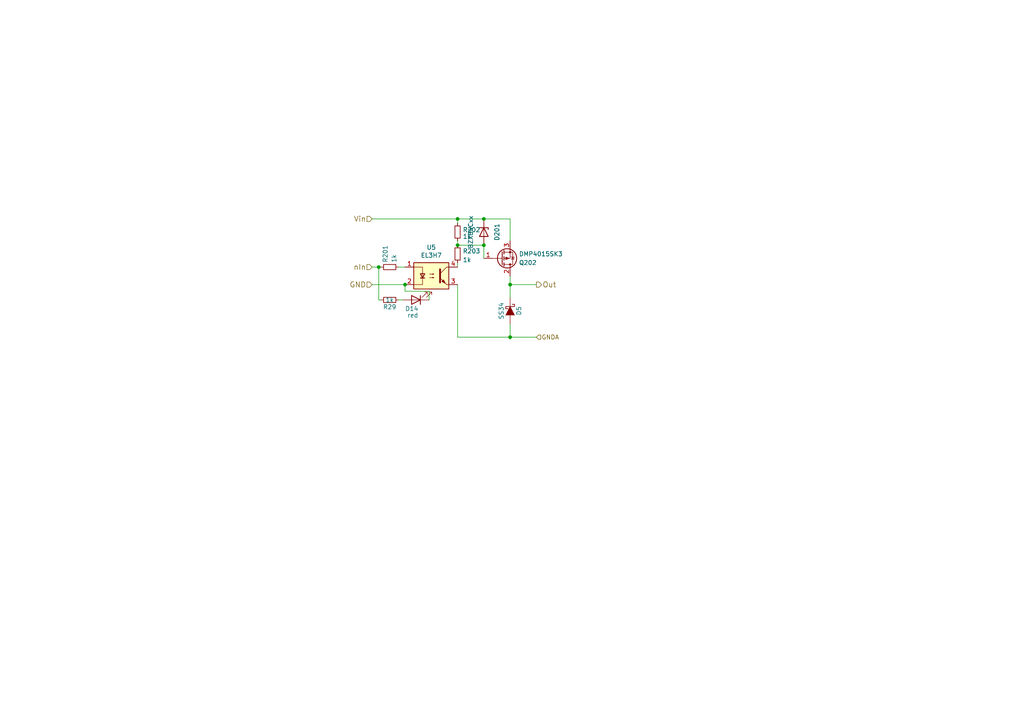
<source format=kicad_sch>
(kicad_sch (version 20230121) (generator eeschema)
  (paper "A4")
  (lib_symbols
    (symbol "Device:LED" (pin_numbers hide) (pin_names (offset 1.016) hide)
      (property "Reference" "D" (at 0 2.54 0))
      (property "Value" "LED" (at 0 -2.54 0))
      (symbol "LED_0_1"
        (polyline (pts (xy -1.27 -1.27) (xy -1.27 1.27)) (stroke (width 0.254)))
        (polyline (pts (xy -1.27 0) (xy 1.27 0)))
        (polyline (pts (xy 1.27 -1.27) (xy 1.27 1.27) (xy -1.27 0) (xy 1.27 -1.27)) (stroke (width 0.254)))
        (polyline (pts (xy -3.048 -0.762) (xy -4.572 -2.286) (xy -3.81 -2.286) (xy -4.572 -2.286) (xy -4.572 -1.524)))
        (polyline (pts (xy -1.778 -0.762) (xy -3.302 -2.286) (xy -2.54 -2.286) (xy -3.302 -2.286) (xy -3.302 -1.524)))
      )
      (symbol "LED_1_1"
        (pin passive line (at -3.81 0 0) (length 2.54) (name "K") (number "1"))
        (pin passive line (at 3.81 0 180) (length 2.54) (name "A") (number "2"))
      )
    )
    (symbol "Device:Q_PMOS_GDS" (pin_names (offset 0) hide)
      (property "Reference" "Q" (at 5.08 1.27 0))
      (property "Value" "Q_PMOS_GDS" (at 5.08 -1.27 0))
      (symbol "Q_PMOS_GDS_0_1"
        (polyline (pts (xy 0.254 0) (xy -2.54 0)))
        (polyline (pts (xy 0.254 1.905) (xy 0.254 -1.905)) (stroke (width 0.254)))
        (polyline (pts (xy 0.762 -1.27) (xy 0.762 -2.286)) (stroke (width 0.254)))
        (polyline (pts (xy 0.762 0.508) (xy 0.762 -0.508)) (stroke (width 0.254)))
        (polyline (pts (xy 0.762 2.286) (xy 0.762 1.27)) (stroke (width 0.254)))
        (polyline (pts (xy 2.54 2.54) (xy 2.54 1.778)))
        (polyline (pts (xy 2.54 -2.54) (xy 2.54 0) (xy 0.762 0)))
        (polyline (pts (xy 0.762 1.778) (xy 3.302 1.778) (xy 3.302 -1.778) (xy 0.762 -1.778)))
        (polyline (pts (xy 2.286 0) (xy 1.27 0.381) (xy 1.27 -0.381) (xy 2.286 0)) (fill (type outline)))
        (polyline (pts (xy 2.794 -0.508) (xy 2.921 -0.381) (xy 3.683 -0.381) (xy 3.81 -0.254)))
        (polyline (pts (xy 3.302 -0.381) (xy 2.921 0.254) (xy 3.683 0.254) (xy 3.302 -0.381)))
        (circle (center 1.651 0) (radius 2.794) (stroke (width 0.254)))
        (circle (center 2.54 -1.778) (radius 0.254) (fill (type outline)))
        (circle (center 2.54 1.778) (radius 0.254) (fill (type outline)))
      )
      (symbol "Q_PMOS_GDS_1_1"
        (pin input line (at -5.08 0 0) (length 2.54) (name "G") (number "1"))
        (pin passive line (at 2.54 5.08 270) (length 2.54) (name "D") (number "2"))
        (pin passive line (at 2.54 -5.08 90) (length 2.54) (name "S") (number "3"))
      )
    )
    (symbol "Device:R_Small" (pin_numbers hide) (pin_names (offset 0.254) hide)
      (property "Reference" "R" (at 0.762 0.508 0))
      (property "Value" "R_Small" (at 0.762 -1.016 0))
      (symbol "R_Small_0_1"
        (rectangle (start -0.762 1.778) (end 0.762 -1.778) (stroke (width 0.2032)))
      )
      (symbol "R_Small_1_1"
        (pin passive line (at 0 2.54 270) (length 0.762) (name "~") (number "1"))
        (pin passive line (at 0 -2.54 90) (length 0.762) (name "~") (number "2"))
      )
    )
    (symbol "Diode:BZX84Cxx" (pin_numbers hide) (pin_names hide)
      (property "Reference" "D" (at 0 3.81 0))
      (property "Value" "BZX84Cxx" (at 0 -3.81 0))
      (symbol "BZX84Cxx_0_1"
        (polyline (pts (xy 1.27 0) (xy -1.27 0)))
        (polyline (pts (xy -1.27 -1.27) (xy -1.27 1.27) (xy -0.762 1.27)) (stroke (width 0.254)))
        (polyline (pts (xy 1.27 -1.27) (xy 1.27 1.27) (xy -1.27 0) (xy 1.27 -1.27)) (stroke (width 0.254)))
      )
      (symbol "BZX84Cxx_1_1"
        (pin passive line (at 3.81 0 180) (length 2.54) (name "A") (number "1"))
        (pin no_connect line (at 1.27 0 180) (length 2.54) hide (name "NC") (number "2"))
        (pin passive line (at -3.81 0 0) (length 2.54) (name "K") (number "3"))
      )
    )
    (symbol "Isolator:FODM217A"
      (property "Reference" "U" (at -5.08 5.08 0))
      (property "Value" "FODM217A" (at 0 5.08 0))
      (symbol "FODM217A_0_1"
        (rectangle (start -5.08 3.81) (end 5.08 -3.81) (stroke (width 0.254)) (fill (type background)))
        (polyline (pts (xy -3.175 -0.635) (xy -1.905 -0.635)) (stroke (width 0.254)))
        (polyline (pts (xy 2.54 0.635) (xy 4.445 2.54)))
        (polyline (pts (xy 4.445 -2.54) (xy 2.54 -0.635)) (fill (type outline)))
        (polyline (pts (xy 4.445 -2.54) (xy 5.08 -2.54)))
        (polyline (pts (xy 4.445 2.54) (xy 5.08 2.54)))
        (polyline (pts (xy -5.08 2.54) (xy -2.54 2.54) (xy -2.54 -0.635)))
        (polyline (pts (xy -2.54 -0.635) (xy -2.54 -2.54) (xy -5.08 -2.54)))
        (polyline (pts (xy 2.54 1.905) (xy 2.54 -1.905) (xy 2.54 -1.905)) (stroke (width 0.508)))
        (polyline (pts (xy -2.54 -0.635) (xy -3.175 0.635) (xy -1.905 0.635) (xy -2.54 -0.635)) (stroke (width 0.254)))
        (polyline (pts (xy -0.508 -0.508) (xy 0.762 -0.508) (xy 0.381 -0.635) (xy 0.381 -0.381) (xy 0.762 -0.508)))
        (polyline (pts (xy -0.508 0.508) (xy 0.762 0.508) (xy 0.381 0.381) (xy 0.381 0.635) (xy 0.762 0.508)))
        (polyline (pts (xy 3.048 -1.651) (xy 3.556 -1.143) (xy 4.064 -2.159) (xy 3.048 -1.651) (xy 3.048 -1.651)) (fill (type outline)))
      )
      (symbol "FODM217A_1_1"
        (pin passive line (at -7.62 2.54 0) (length 2.54) (name "~") (number "1"))
        (pin passive line (at -7.62 -2.54 0) (length 2.54) (name "~") (number "2"))
        (pin passive line (at 7.62 -2.54 180) (length 2.54) (name "~") (number "3"))
        (pin passive line (at 7.62 2.54 180) (length 2.54) (name "~") (number "4"))
      )
    )
    (symbol "esp32control-rescue:D_Schottky-device-esp32ValveControl-rescue" (pin_numbers hide) (pin_names (offset 1.016) hide)
      (property "Reference" "D" (at 0 2.54 0))
      (property "Value" "D_Schottky-device-esp32ValveControl-rescue" (at 0 -2.54 0))
      (symbol "D_Schottky-device-esp32ValveControl-rescue_0_1"
        (polyline (pts (xy 1.27 1.27) (xy -1.27 0) (xy 1.27 -1.27)) (fill (type outline)))
        (polyline (pts (xy -1.905 0.635) (xy -1.905 1.27) (xy -1.27 1.27) (xy -1.27 -1.27) (xy -0.635 -1.27) (xy -0.635 -0.635)) (stroke (width 0.2032)))
      )
      (symbol "D_Schottky-device-esp32ValveControl-rescue_1_1"
        (pin passive line (at -3.81 0 0) (length 2.54) (name "K") (number "1"))
        (pin passive line (at 3.81 0 180) (length 2.54) (name "A") (number "2"))
      )
    )
  )
  (junction (at 117.475 82.55))
  (junction (at 132.715 71.12))
  (junction (at 109.855 77.47))
  (junction (at 147.955 82.55))
  (junction (at 140.335 71.12))
  (junction (at 147.955 97.79))
  (junction (at 132.715 63.5))
  (junction (at 140.335 63.5))
  (wire (pts (xy 132.715 71.12) (xy 140.335 71.12)))
  (wire (pts (xy 107.95 82.55) (xy 117.475 82.55)))
  (wire (pts (xy 109.855 86.995) (xy 110.49 86.995)))
  (wire (pts (xy 147.955 97.79) (xy 155.575 97.79)))
  (wire (pts (xy 132.715 63.5) (xy 140.335 63.5)))
  (wire (pts (xy 109.855 77.47) (xy 109.855 86.995)))
  (wire (pts (xy 132.715 82.55) (xy 132.715 97.79)))
  (wire (pts (xy 115.57 77.47) (xy 117.475 77.47)))
  (wire (pts (xy 107.95 63.5) (xy 132.715 63.5)))
  (wire (pts (xy 147.955 80.01) (xy 147.955 82.55)))
  (wire (pts (xy 147.955 82.55) (xy 147.955 86.36)))
  (wire (pts (xy 115.57 86.995) (xy 116.84 86.995)))
  (wire (pts (xy 147.955 97.79) (xy 147.955 98.425)))
  (wire (pts (xy 107.95 77.47) (xy 109.855 77.47)))
  (wire (pts (xy 147.955 63.5) (xy 147.955 69.85)))
  (wire (pts (xy 109.855 77.47) (xy 110.49 77.47)))
  (wire (pts (xy 132.715 76.2) (xy 132.715 77.47)))
  (wire (pts (xy 132.715 97.79) (xy 147.955 97.79)))
  (wire (pts (xy 147.955 93.98) (xy 147.955 97.79)))
  (wire (pts (xy 124.46 84.455) (xy 117.475 84.455)))
  (wire (pts (xy 132.715 63.5) (xy 132.715 64.77)))
  (wire (pts (xy 155.575 82.55) (xy 147.955 82.55)))
  (wire (pts (xy 117.475 84.455) (xy 117.475 82.55)))
  (wire (pts (xy 124.46 86.995) (xy 124.46 84.455)))
  (wire (pts (xy 140.335 71.12) (xy 140.335 74.93)))
  (wire (pts (xy 132.715 69.85) (xy 132.715 71.12)))
  (wire (pts (xy 140.335 63.5) (xy 147.955 63.5)))
  (hierarchical_label "nIn" (shape input) (at 107.95 77.47 180) (effects (font (size 1.524 1.524))))
  (hierarchical_label "GND" (shape input) (at 107.95 82.55 180) (effects (font (size 1.524 1.524))))
  (hierarchical_label "GNDA" (shape input) (at 155.575 97.79 0))
  (hierarchical_label "Out" (shape output) (at 155.575 82.55 0) (effects (font (size 1.524 1.524))))
  (hierarchical_label "Vin" (shape input) (at 107.95 63.5 180) (effects (font (size 1.524 1.524))))
  (symbol (lib_id "Device:R_Small") (at 132.715 67.31 0) (unit 1)
    (property "Reference" "R202" (at 134.2136 66.6663 0) (effects (justify left)))
    (property "Value" "1k" (at 134.2136 68.5873 0) (effects (justify left)))
    (property "Footprint" "Resistor_SMD:R_0603_1608Metric" (effects hide))
    (property "JLCPCB#" "C21190" (effects hide))
    (instances (project "esp32control" (path "" (reference "R202") (unit 1)) (path "" (reference "R302") (unit 1)) (path "" (reference "R402") (unit 1)) (path "" (reference "R502") (unit 1))) (project "Solder_2" (path "" (reference "R209") (unit 1))))
  )
  (symbol (lib_id "Device:R_Small") (at 113.03 86.995 270) (unit 1)
    (property "Reference" "R29" (at 113.03 89.027 90))
    (property "Value" "1k" (at 113.03 86.995 90))
    (property "Footprint" "Resistor_SMD:R_0603_1608Metric" (effects hide))
    (property "JLCPCB#" "C21190" (effects hide))
    (instances (project "esp32control" (path "" (reference "R29") (unit 1)) (path "" (reference "R204") (unit 1)) (path "" (reference "R304") (unit 1)) (path "" (reference "R404") (unit 1)) (path "" (reference "R504") (unit 1))))
  )
  (symbol (lib_id "Device:Q_PMOS_GDS") (at 145.415 74.93 0) (mirror x) (unit 1)
    (property "Reference" "Q202" (at 150.495 76.2 0) (effects (justify left)))
    (property "Value" "DMP4015SK3" (at 150.495 73.66 0) (effects (justify left)))
    (property "Footprint" "Package_TO_SOT_SMD:TO-252-3_TabPin2" (effects hide))
    (property "LCSC#" "C513222" (effects hide))
    (property "JLCPCB#" "C461089" (effects hide))
    (instances (project "esp32control" (path "" (reference "Q202") (unit 1)) (path "" (reference "Q302") (unit 1)) (path "" (reference "Q402") (unit 1)) (path "" (reference "Q502") (unit 1))) (project "Solder_2" (path "" (reference "Q203") (unit 1))))
  )
  (symbol (lib_id "Isolator:FODM217A") (at 125.095 80.01 0) (unit 1)
    (property "Reference" "U5" (at 125.095 71.755 0))
    (property "Value" "EL3H7" (at 125.095 74.0664 0))
    (property "Footprint" "Package_SO:SOP-4_4.4x2.6mm_P1.27mm" (effects hide))
    (property "Datasheet" "https://www.onsemi.com/pub/Collateral/FODM214-D.PDF" (effects hide))
    (property "JLCPCB#" "C32565" (effects hide))
    (instances (project "esp32control" (path "" (reference "U5") (unit 1)) (path "" (reference "U201") (unit 1)) (path "" (reference "U301") (unit 1)) (path "" (reference "U401") (unit 1)) (path "" (reference "U501") (unit 1))))
  )
  (symbol (lib_id "Device:R_Small") (at 113.03 77.47 270) (unit 1)
    (property "Reference" "R201" (at 111.76 76.2 0) (effects (justify right)))
    (property "Value" "1k" (at 114.3 76.2 0) (effects (justify right)))
    (property "Footprint" "Resistor_SMD:R_0603_1608Metric" (effects hide))
    (property "JLCPCB#" "C21190" (effects hide))
    (instances (project "esp32control" (path "" (reference "R201") (unit 1)) (path "" (reference "R301") (unit 1)) (path "" (reference "R401") (unit 1)) (path "" (reference "R501") (unit 1))) (project "Solder_2" (path "" (reference "R201") (unit 1))))
  )
  (symbol (lib_id "Diode:BZX84Cxx") (at 140.335 67.31 270) (unit 1)
    (property "Reference" "D201" (at 144.145 67.31 0))
    (property "Value" "BZX84Cxx" (at 136.525 67.31 0))
    (property "Footprint" "Package_TO_SOT_SMD:SOT-23" (effects hide))
    (property "Datasheet" "https://diotec.com/tl_files/diotec/files/pdf/datasheets/bzx84c2v4.pdf" (effects hide))
    (instances (project "esp32control" (path "" (reference "D201") (unit 1)) (path "" (reference "D301") (unit 1)) (path "" (reference "D401") (unit 1)) (path "" (reference "D501") (unit 1))) (project "Solder_2" (path "" (reference "D201") (unit 1))))
  )
  (symbol (lib_id "Device:LED") (at 120.65 86.995 180) (unit 1)
    (property "Reference" "D14" (at 117.475 89.535 0) (effects (justify right)))
    (property "Value" "red" (at 118.11 91.44 0) (effects (justify right)))
    (property "Footprint" "LED_SMD:LED_0603_1608Metric_Pad1.05x0.95mm_HandSolder" (effects hide))
    (property "Mouser" " 710-150060RS75000 " (effects hide))
    (property "JLCPCB#" "C2286" (effects hide))
    (instances (project "esp32control" (path "" (reference "D14") (unit 1)) (path "" (reference "D203") (unit 1)) (path "" (reference "D303") (unit 1)) (path "" (reference "D403") (unit 1)) (path "" (reference "D503") (unit 1))))
  )
  (symbol (lib_id "esp32control-rescue:D_Schottky-device-esp32ValveControl-rescue") (at 147.955 90.17 270) (unit 1)
    (property "Reference" "D5" (at 150.495 90.17 0))
    (property "Value" "SS34" (at 145.415 90.17 0))
    (property "Footprint" "Diode_SMD:D_SMA" (effects hide))
    (property "JLCPCB#" "C8678" (effects hide))
    (instances (project "esp32control" (path "" (reference "D5") (unit 1)) (path "" (reference "D202") (unit 1)) (path "" (reference "D302") (unit 1)) (path "" (reference "D402") (unit 1)) (path "" (reference "D502") (unit 1))))
  )
  (symbol (lib_id "Device:R_Small") (at 132.715 73.66 180) (unit 1)
    (property "Reference" "R203" (at 134.2136 72.8253 0) (effects (justify right)))
    (property "Value" "1k" (at 134.2136 75.3622 0) (effects (justify right)))
    (property "Footprint" "Resistor_SMD:R_0603_1608Metric" (effects hide))
    (property "JLCPCB#" "C21190" (effects hide))
    (instances (project "esp32control" (path "" (reference "R203") (unit 1)) (path "" (reference "R303") (unit 1)) (path "" (reference "R403") (unit 1)) (path "" (reference "R503") (unit 1))) (project "Solder_2" (path "" (reference "R207") (unit 1))))
  )
)
</source>
